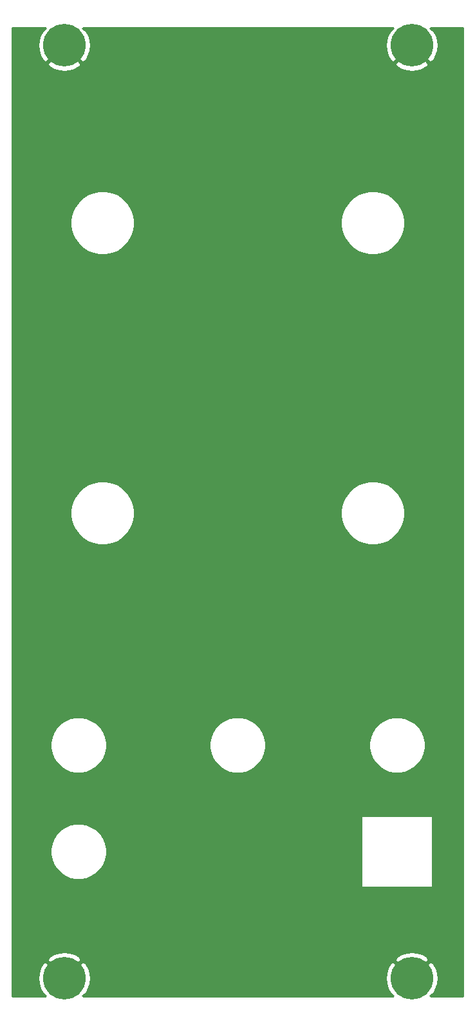
<source format=gbr>
%TF.GenerationSoftware,KiCad,Pcbnew,5.1.6-c6e7f7d~87~ubuntu18.04.1*%
%TF.CreationDate,2020-07-29T19:06:40-04:00*%
%TF.ProjectId,front_panel,66726f6e-745f-4706-916e-656c2e6b6963,rev?*%
%TF.SameCoordinates,Original*%
%TF.FileFunction,Copper,L1,Top*%
%TF.FilePolarity,Positive*%
%FSLAX46Y46*%
G04 Gerber Fmt 4.6, Leading zero omitted, Abs format (unit mm)*
G04 Created by KiCad (PCBNEW 5.1.6-c6e7f7d~87~ubuntu18.04.1) date 2020-07-29 19:06:40*
%MOMM*%
%LPD*%
G01*
G04 APERTURE LIST*
%TA.AperFunction,ComponentPad*%
%ADD10C,5.600000*%
%TD*%
%TA.AperFunction,Conductor*%
%ADD11C,0.254000*%
%TD*%
G04 APERTURE END LIST*
D10*
%TO.P,H4,1*%
%TO.N,GND*%
X53220000Y-125500000D03*
%TD*%
%TO.P,H3,1*%
%TO.N,GND*%
X53220000Y-3000000D03*
%TD*%
%TO.P,H2,1*%
%TO.N,GND*%
X7500000Y-125500000D03*
%TD*%
%TO.P,H1,1*%
%TO.N,GND*%
X7500000Y-3000000D03*
%TD*%
D11*
%TO.N,GND*%
G36*
X5083517Y-763125D02*
G01*
X4634823Y-1075308D01*
X4314388Y-1671259D01*
X4116374Y-2318273D01*
X4048390Y-2991484D01*
X4113051Y-3665023D01*
X4307870Y-4313006D01*
X4625361Y-4910530D01*
X4634823Y-4924692D01*
X5083519Y-5236876D01*
X7320395Y-3000000D01*
X7306253Y-2985858D01*
X7485858Y-2806253D01*
X7500000Y-2820395D01*
X7514143Y-2806253D01*
X7693748Y-2985858D01*
X7679605Y-3000000D01*
X9916481Y-5236876D01*
X10365177Y-4924692D01*
X10685612Y-4328741D01*
X10883626Y-3681727D01*
X10951610Y-3008516D01*
X10886949Y-2334977D01*
X10692130Y-1686994D01*
X10374639Y-1089470D01*
X10365177Y-1075308D01*
X9916483Y-763125D01*
X10019608Y-660000D01*
X50700392Y-660000D01*
X50803517Y-763125D01*
X50354823Y-1075308D01*
X50034388Y-1671259D01*
X49836374Y-2318273D01*
X49768390Y-2991484D01*
X49833051Y-3665023D01*
X50027870Y-4313006D01*
X50345361Y-4910530D01*
X50354823Y-4924692D01*
X50803519Y-5236876D01*
X53040395Y-3000000D01*
X53026253Y-2985858D01*
X53205858Y-2806253D01*
X53220000Y-2820395D01*
X53234143Y-2806253D01*
X53413748Y-2985858D01*
X53399605Y-3000000D01*
X55636481Y-5236876D01*
X56085177Y-4924692D01*
X56405612Y-4328741D01*
X56603626Y-3681727D01*
X56671610Y-3008516D01*
X56606949Y-2334977D01*
X56412130Y-1686994D01*
X56094639Y-1089470D01*
X56085177Y-1075308D01*
X55636483Y-763125D01*
X55739608Y-660000D01*
X59940000Y-660000D01*
X59940001Y-127840000D01*
X55739608Y-127840000D01*
X55636483Y-127736875D01*
X56085177Y-127424692D01*
X56405612Y-126828741D01*
X56603626Y-126181727D01*
X56671610Y-125508516D01*
X56606949Y-124834977D01*
X56412130Y-124186994D01*
X56094639Y-123589470D01*
X56085177Y-123575308D01*
X55636481Y-123263124D01*
X53399605Y-125500000D01*
X53413748Y-125514143D01*
X53234143Y-125693748D01*
X53220000Y-125679605D01*
X53205858Y-125693748D01*
X53026253Y-125514143D01*
X53040395Y-125500000D01*
X50803519Y-123263124D01*
X50354823Y-123575308D01*
X50034388Y-124171259D01*
X49836374Y-124818273D01*
X49768390Y-125491484D01*
X49833051Y-126165023D01*
X50027870Y-126813006D01*
X50345361Y-127410530D01*
X50354823Y-127424692D01*
X50803517Y-127736875D01*
X50700392Y-127840000D01*
X10019608Y-127840000D01*
X9916483Y-127736875D01*
X10365177Y-127424692D01*
X10685612Y-126828741D01*
X10883626Y-126181727D01*
X10951610Y-125508516D01*
X10886949Y-124834977D01*
X10692130Y-124186994D01*
X10374639Y-123589470D01*
X10365177Y-123575308D01*
X9916481Y-123263124D01*
X7679605Y-125500000D01*
X7693748Y-125514143D01*
X7514143Y-125693748D01*
X7500000Y-125679605D01*
X7485858Y-125693748D01*
X7306253Y-125514143D01*
X7320395Y-125500000D01*
X5083519Y-123263124D01*
X4634823Y-123575308D01*
X4314388Y-124171259D01*
X4116374Y-124818273D01*
X4048390Y-125491484D01*
X4113051Y-126165023D01*
X4307870Y-126813006D01*
X4625361Y-127410530D01*
X4634823Y-127424692D01*
X5083517Y-127736875D01*
X4980392Y-127840000D01*
X660000Y-127840000D01*
X660000Y-123083519D01*
X5263124Y-123083519D01*
X7500000Y-125320395D01*
X9736876Y-123083519D01*
X50983124Y-123083519D01*
X53220000Y-125320395D01*
X55456876Y-123083519D01*
X55144692Y-122634823D01*
X54548741Y-122314388D01*
X53901727Y-122116374D01*
X53228516Y-122048390D01*
X52554977Y-122113051D01*
X51906994Y-122307870D01*
X51309470Y-122625361D01*
X51295308Y-122634823D01*
X50983124Y-123083519D01*
X9736876Y-123083519D01*
X9424692Y-122634823D01*
X8828741Y-122314388D01*
X8181727Y-122116374D01*
X7508516Y-122048390D01*
X6834977Y-122113051D01*
X6186994Y-122307870D01*
X5589470Y-122625361D01*
X5575308Y-122634823D01*
X5263124Y-123083519D01*
X660000Y-123083519D01*
X660000Y-113449934D01*
X46528000Y-113449934D01*
X46530440Y-113474776D01*
X46537667Y-113498601D01*
X46549403Y-113520557D01*
X46565197Y-113539803D01*
X46584443Y-113555597D01*
X46606399Y-113567333D01*
X46630224Y-113574560D01*
X46655000Y-113577000D01*
X55855000Y-113577000D01*
X55879776Y-113574560D01*
X55903601Y-113567333D01*
X55925557Y-113555597D01*
X55944803Y-113539803D01*
X55960597Y-113520557D01*
X55972333Y-113498601D01*
X55979560Y-113474776D01*
X55982000Y-113450000D01*
X55982000Y-104250000D01*
X55979582Y-104225337D01*
X55972377Y-104201506D01*
X55960661Y-104179539D01*
X55944885Y-104160280D01*
X55925654Y-104144468D01*
X55903708Y-104132712D01*
X55879890Y-104125463D01*
X55855116Y-104123000D01*
X46659916Y-104114600D01*
X46635088Y-104117027D01*
X46611260Y-104124242D01*
X46589298Y-104135967D01*
X46570044Y-104151751D01*
X46554240Y-104170988D01*
X46542493Y-104192938D01*
X46535253Y-104216759D01*
X46532800Y-104241534D01*
X46528000Y-113449934D01*
X660000Y-113449934D01*
X660000Y-108484396D01*
X5632961Y-108484396D01*
X5632961Y-109215604D01*
X5775613Y-109932762D01*
X6055434Y-110608310D01*
X6461671Y-111216287D01*
X6978713Y-111733329D01*
X7586690Y-112139566D01*
X8262238Y-112419387D01*
X8979396Y-112562039D01*
X9710604Y-112562039D01*
X10427762Y-112419387D01*
X11103310Y-112139566D01*
X11711287Y-111733329D01*
X12228329Y-111216287D01*
X12634566Y-110608310D01*
X12914387Y-109932762D01*
X13057039Y-109215604D01*
X13057039Y-108484396D01*
X12914387Y-107767238D01*
X12634566Y-107091690D01*
X12228329Y-106483713D01*
X11711287Y-105966671D01*
X11103310Y-105560434D01*
X10427762Y-105280613D01*
X9710604Y-105137961D01*
X8979396Y-105137961D01*
X8262238Y-105280613D01*
X7586690Y-105560434D01*
X6978713Y-105966671D01*
X6461671Y-106483713D01*
X6055434Y-107091690D01*
X5775613Y-107767238D01*
X5632961Y-108484396D01*
X660000Y-108484396D01*
X660000Y-94514396D01*
X5632961Y-94514396D01*
X5632961Y-95245604D01*
X5775613Y-95962762D01*
X6055434Y-96638310D01*
X6461671Y-97246287D01*
X6978713Y-97763329D01*
X7586690Y-98169566D01*
X8262238Y-98449387D01*
X8979396Y-98592039D01*
X9710604Y-98592039D01*
X10427762Y-98449387D01*
X11103310Y-98169566D01*
X11711287Y-97763329D01*
X12228329Y-97246287D01*
X12634566Y-96638310D01*
X12914387Y-95962762D01*
X13057039Y-95245604D01*
X13057039Y-94514396D01*
X26587961Y-94514396D01*
X26587961Y-95245604D01*
X26730613Y-95962762D01*
X27010434Y-96638310D01*
X27416671Y-97246287D01*
X27933713Y-97763329D01*
X28541690Y-98169566D01*
X29217238Y-98449387D01*
X29934396Y-98592039D01*
X30665604Y-98592039D01*
X31382762Y-98449387D01*
X32058310Y-98169566D01*
X32666287Y-97763329D01*
X33183329Y-97246287D01*
X33589566Y-96638310D01*
X33869387Y-95962762D01*
X34012039Y-95245604D01*
X34012039Y-94514396D01*
X47542961Y-94514396D01*
X47542961Y-95245604D01*
X47685613Y-95962762D01*
X47965434Y-96638310D01*
X48371671Y-97246287D01*
X48888713Y-97763329D01*
X49496690Y-98169566D01*
X50172238Y-98449387D01*
X50889396Y-98592039D01*
X51620604Y-98592039D01*
X52337762Y-98449387D01*
X53013310Y-98169566D01*
X53621287Y-97763329D01*
X54138329Y-97246287D01*
X54544566Y-96638310D01*
X54824387Y-95962762D01*
X54967039Y-95245604D01*
X54967039Y-94514396D01*
X54824387Y-93797238D01*
X54544566Y-93121690D01*
X54138329Y-92513713D01*
X53621287Y-91996671D01*
X53013310Y-91590434D01*
X52337762Y-91310613D01*
X51620604Y-91167961D01*
X50889396Y-91167961D01*
X50172238Y-91310613D01*
X49496690Y-91590434D01*
X48888713Y-91996671D01*
X48371671Y-92513713D01*
X47965434Y-93121690D01*
X47685613Y-93797238D01*
X47542961Y-94514396D01*
X34012039Y-94514396D01*
X33869387Y-93797238D01*
X33589566Y-93121690D01*
X33183329Y-92513713D01*
X32666287Y-91996671D01*
X32058310Y-91590434D01*
X31382762Y-91310613D01*
X30665604Y-91167961D01*
X29934396Y-91167961D01*
X29217238Y-91310613D01*
X28541690Y-91590434D01*
X27933713Y-91996671D01*
X27416671Y-92513713D01*
X27010434Y-93121690D01*
X26730613Y-93797238D01*
X26587961Y-94514396D01*
X13057039Y-94514396D01*
X12914387Y-93797238D01*
X12634566Y-93121690D01*
X12228329Y-92513713D01*
X11711287Y-91996671D01*
X11103310Y-91590434D01*
X10427762Y-91310613D01*
X9710604Y-91167961D01*
X8979396Y-91167961D01*
X8262238Y-91310613D01*
X7586690Y-91590434D01*
X6978713Y-91996671D01*
X6461671Y-92513713D01*
X6055434Y-93121690D01*
X5775613Y-93797238D01*
X5632961Y-94514396D01*
X660000Y-94514396D01*
X660000Y-63985387D01*
X8310369Y-63985387D01*
X8310369Y-64814613D01*
X8472142Y-65627904D01*
X8789473Y-66394008D01*
X9250166Y-67083484D01*
X9836516Y-67669834D01*
X10525992Y-68130527D01*
X11292096Y-68447858D01*
X12105387Y-68609631D01*
X12934613Y-68609631D01*
X13747904Y-68447858D01*
X14514008Y-68130527D01*
X15203484Y-67669834D01*
X15789834Y-67083484D01*
X16250527Y-66394008D01*
X16567858Y-65627904D01*
X16729631Y-64814613D01*
X16729631Y-63985387D01*
X43870369Y-63985387D01*
X43870369Y-64814613D01*
X44032142Y-65627904D01*
X44349473Y-66394008D01*
X44810166Y-67083484D01*
X45396516Y-67669834D01*
X46085992Y-68130527D01*
X46852096Y-68447858D01*
X47665387Y-68609631D01*
X48494613Y-68609631D01*
X49307904Y-68447858D01*
X50074008Y-68130527D01*
X50763484Y-67669834D01*
X51349834Y-67083484D01*
X51810527Y-66394008D01*
X52127858Y-65627904D01*
X52289631Y-64814613D01*
X52289631Y-63985387D01*
X52127858Y-63172096D01*
X51810527Y-62405992D01*
X51349834Y-61716516D01*
X50763484Y-61130166D01*
X50074008Y-60669473D01*
X49307904Y-60352142D01*
X48494613Y-60190369D01*
X47665387Y-60190369D01*
X46852096Y-60352142D01*
X46085992Y-60669473D01*
X45396516Y-61130166D01*
X44810166Y-61716516D01*
X44349473Y-62405992D01*
X44032142Y-63172096D01*
X43870369Y-63985387D01*
X16729631Y-63985387D01*
X16567858Y-63172096D01*
X16250527Y-62405992D01*
X15789834Y-61716516D01*
X15203484Y-61130166D01*
X14514008Y-60669473D01*
X13747904Y-60352142D01*
X12934613Y-60190369D01*
X12105387Y-60190369D01*
X11292096Y-60352142D01*
X10525992Y-60669473D01*
X9836516Y-61130166D01*
X9250166Y-61716516D01*
X8789473Y-62405992D01*
X8472142Y-63172096D01*
X8310369Y-63985387D01*
X660000Y-63985387D01*
X660000Y-25885387D01*
X8310369Y-25885387D01*
X8310369Y-26714613D01*
X8472142Y-27527904D01*
X8789473Y-28294008D01*
X9250166Y-28983484D01*
X9836516Y-29569834D01*
X10525992Y-30030527D01*
X11292096Y-30347858D01*
X12105387Y-30509631D01*
X12934613Y-30509631D01*
X13747904Y-30347858D01*
X14514008Y-30030527D01*
X15203484Y-29569834D01*
X15789834Y-28983484D01*
X16250527Y-28294008D01*
X16567858Y-27527904D01*
X16729631Y-26714613D01*
X16729631Y-25885387D01*
X43870369Y-25885387D01*
X43870369Y-26714613D01*
X44032142Y-27527904D01*
X44349473Y-28294008D01*
X44810166Y-28983484D01*
X45396516Y-29569834D01*
X46085992Y-30030527D01*
X46852096Y-30347858D01*
X47665387Y-30509631D01*
X48494613Y-30509631D01*
X49307904Y-30347858D01*
X50074008Y-30030527D01*
X50763484Y-29569834D01*
X51349834Y-28983484D01*
X51810527Y-28294008D01*
X52127858Y-27527904D01*
X52289631Y-26714613D01*
X52289631Y-25885387D01*
X52127858Y-25072096D01*
X51810527Y-24305992D01*
X51349834Y-23616516D01*
X50763484Y-23030166D01*
X50074008Y-22569473D01*
X49307904Y-22252142D01*
X48494613Y-22090369D01*
X47665387Y-22090369D01*
X46852096Y-22252142D01*
X46085992Y-22569473D01*
X45396516Y-23030166D01*
X44810166Y-23616516D01*
X44349473Y-24305992D01*
X44032142Y-25072096D01*
X43870369Y-25885387D01*
X16729631Y-25885387D01*
X16567858Y-25072096D01*
X16250527Y-24305992D01*
X15789834Y-23616516D01*
X15203484Y-23030166D01*
X14514008Y-22569473D01*
X13747904Y-22252142D01*
X12934613Y-22090369D01*
X12105387Y-22090369D01*
X11292096Y-22252142D01*
X10525992Y-22569473D01*
X9836516Y-23030166D01*
X9250166Y-23616516D01*
X8789473Y-24305992D01*
X8472142Y-25072096D01*
X8310369Y-25885387D01*
X660000Y-25885387D01*
X660000Y-5416481D01*
X5263124Y-5416481D01*
X5575308Y-5865177D01*
X6171259Y-6185612D01*
X6818273Y-6383626D01*
X7491484Y-6451610D01*
X8165023Y-6386949D01*
X8813006Y-6192130D01*
X9410530Y-5874639D01*
X9424692Y-5865177D01*
X9736876Y-5416481D01*
X50983124Y-5416481D01*
X51295308Y-5865177D01*
X51891259Y-6185612D01*
X52538273Y-6383626D01*
X53211484Y-6451610D01*
X53885023Y-6386949D01*
X54533006Y-6192130D01*
X55130530Y-5874639D01*
X55144692Y-5865177D01*
X55456876Y-5416481D01*
X53220000Y-3179605D01*
X50983124Y-5416481D01*
X9736876Y-5416481D01*
X7500000Y-3179605D01*
X5263124Y-5416481D01*
X660000Y-5416481D01*
X660000Y-660000D01*
X4980392Y-660000D01*
X5083517Y-763125D01*
G37*
X5083517Y-763125D02*
X4634823Y-1075308D01*
X4314388Y-1671259D01*
X4116374Y-2318273D01*
X4048390Y-2991484D01*
X4113051Y-3665023D01*
X4307870Y-4313006D01*
X4625361Y-4910530D01*
X4634823Y-4924692D01*
X5083519Y-5236876D01*
X7320395Y-3000000D01*
X7306253Y-2985858D01*
X7485858Y-2806253D01*
X7500000Y-2820395D01*
X7514143Y-2806253D01*
X7693748Y-2985858D01*
X7679605Y-3000000D01*
X9916481Y-5236876D01*
X10365177Y-4924692D01*
X10685612Y-4328741D01*
X10883626Y-3681727D01*
X10951610Y-3008516D01*
X10886949Y-2334977D01*
X10692130Y-1686994D01*
X10374639Y-1089470D01*
X10365177Y-1075308D01*
X9916483Y-763125D01*
X10019608Y-660000D01*
X50700392Y-660000D01*
X50803517Y-763125D01*
X50354823Y-1075308D01*
X50034388Y-1671259D01*
X49836374Y-2318273D01*
X49768390Y-2991484D01*
X49833051Y-3665023D01*
X50027870Y-4313006D01*
X50345361Y-4910530D01*
X50354823Y-4924692D01*
X50803519Y-5236876D01*
X53040395Y-3000000D01*
X53026253Y-2985858D01*
X53205858Y-2806253D01*
X53220000Y-2820395D01*
X53234143Y-2806253D01*
X53413748Y-2985858D01*
X53399605Y-3000000D01*
X55636481Y-5236876D01*
X56085177Y-4924692D01*
X56405612Y-4328741D01*
X56603626Y-3681727D01*
X56671610Y-3008516D01*
X56606949Y-2334977D01*
X56412130Y-1686994D01*
X56094639Y-1089470D01*
X56085177Y-1075308D01*
X55636483Y-763125D01*
X55739608Y-660000D01*
X59940000Y-660000D01*
X59940001Y-127840000D01*
X55739608Y-127840000D01*
X55636483Y-127736875D01*
X56085177Y-127424692D01*
X56405612Y-126828741D01*
X56603626Y-126181727D01*
X56671610Y-125508516D01*
X56606949Y-124834977D01*
X56412130Y-124186994D01*
X56094639Y-123589470D01*
X56085177Y-123575308D01*
X55636481Y-123263124D01*
X53399605Y-125500000D01*
X53413748Y-125514143D01*
X53234143Y-125693748D01*
X53220000Y-125679605D01*
X53205858Y-125693748D01*
X53026253Y-125514143D01*
X53040395Y-125500000D01*
X50803519Y-123263124D01*
X50354823Y-123575308D01*
X50034388Y-124171259D01*
X49836374Y-124818273D01*
X49768390Y-125491484D01*
X49833051Y-126165023D01*
X50027870Y-126813006D01*
X50345361Y-127410530D01*
X50354823Y-127424692D01*
X50803517Y-127736875D01*
X50700392Y-127840000D01*
X10019608Y-127840000D01*
X9916483Y-127736875D01*
X10365177Y-127424692D01*
X10685612Y-126828741D01*
X10883626Y-126181727D01*
X10951610Y-125508516D01*
X10886949Y-124834977D01*
X10692130Y-124186994D01*
X10374639Y-123589470D01*
X10365177Y-123575308D01*
X9916481Y-123263124D01*
X7679605Y-125500000D01*
X7693748Y-125514143D01*
X7514143Y-125693748D01*
X7500000Y-125679605D01*
X7485858Y-125693748D01*
X7306253Y-125514143D01*
X7320395Y-125500000D01*
X5083519Y-123263124D01*
X4634823Y-123575308D01*
X4314388Y-124171259D01*
X4116374Y-124818273D01*
X4048390Y-125491484D01*
X4113051Y-126165023D01*
X4307870Y-126813006D01*
X4625361Y-127410530D01*
X4634823Y-127424692D01*
X5083517Y-127736875D01*
X4980392Y-127840000D01*
X660000Y-127840000D01*
X660000Y-123083519D01*
X5263124Y-123083519D01*
X7500000Y-125320395D01*
X9736876Y-123083519D01*
X50983124Y-123083519D01*
X53220000Y-125320395D01*
X55456876Y-123083519D01*
X55144692Y-122634823D01*
X54548741Y-122314388D01*
X53901727Y-122116374D01*
X53228516Y-122048390D01*
X52554977Y-122113051D01*
X51906994Y-122307870D01*
X51309470Y-122625361D01*
X51295308Y-122634823D01*
X50983124Y-123083519D01*
X9736876Y-123083519D01*
X9424692Y-122634823D01*
X8828741Y-122314388D01*
X8181727Y-122116374D01*
X7508516Y-122048390D01*
X6834977Y-122113051D01*
X6186994Y-122307870D01*
X5589470Y-122625361D01*
X5575308Y-122634823D01*
X5263124Y-123083519D01*
X660000Y-123083519D01*
X660000Y-113449934D01*
X46528000Y-113449934D01*
X46530440Y-113474776D01*
X46537667Y-113498601D01*
X46549403Y-113520557D01*
X46565197Y-113539803D01*
X46584443Y-113555597D01*
X46606399Y-113567333D01*
X46630224Y-113574560D01*
X46655000Y-113577000D01*
X55855000Y-113577000D01*
X55879776Y-113574560D01*
X55903601Y-113567333D01*
X55925557Y-113555597D01*
X55944803Y-113539803D01*
X55960597Y-113520557D01*
X55972333Y-113498601D01*
X55979560Y-113474776D01*
X55982000Y-113450000D01*
X55982000Y-104250000D01*
X55979582Y-104225337D01*
X55972377Y-104201506D01*
X55960661Y-104179539D01*
X55944885Y-104160280D01*
X55925654Y-104144468D01*
X55903708Y-104132712D01*
X55879890Y-104125463D01*
X55855116Y-104123000D01*
X46659916Y-104114600D01*
X46635088Y-104117027D01*
X46611260Y-104124242D01*
X46589298Y-104135967D01*
X46570044Y-104151751D01*
X46554240Y-104170988D01*
X46542493Y-104192938D01*
X46535253Y-104216759D01*
X46532800Y-104241534D01*
X46528000Y-113449934D01*
X660000Y-113449934D01*
X660000Y-108484396D01*
X5632961Y-108484396D01*
X5632961Y-109215604D01*
X5775613Y-109932762D01*
X6055434Y-110608310D01*
X6461671Y-111216287D01*
X6978713Y-111733329D01*
X7586690Y-112139566D01*
X8262238Y-112419387D01*
X8979396Y-112562039D01*
X9710604Y-112562039D01*
X10427762Y-112419387D01*
X11103310Y-112139566D01*
X11711287Y-111733329D01*
X12228329Y-111216287D01*
X12634566Y-110608310D01*
X12914387Y-109932762D01*
X13057039Y-109215604D01*
X13057039Y-108484396D01*
X12914387Y-107767238D01*
X12634566Y-107091690D01*
X12228329Y-106483713D01*
X11711287Y-105966671D01*
X11103310Y-105560434D01*
X10427762Y-105280613D01*
X9710604Y-105137961D01*
X8979396Y-105137961D01*
X8262238Y-105280613D01*
X7586690Y-105560434D01*
X6978713Y-105966671D01*
X6461671Y-106483713D01*
X6055434Y-107091690D01*
X5775613Y-107767238D01*
X5632961Y-108484396D01*
X660000Y-108484396D01*
X660000Y-94514396D01*
X5632961Y-94514396D01*
X5632961Y-95245604D01*
X5775613Y-95962762D01*
X6055434Y-96638310D01*
X6461671Y-97246287D01*
X6978713Y-97763329D01*
X7586690Y-98169566D01*
X8262238Y-98449387D01*
X8979396Y-98592039D01*
X9710604Y-98592039D01*
X10427762Y-98449387D01*
X11103310Y-98169566D01*
X11711287Y-97763329D01*
X12228329Y-97246287D01*
X12634566Y-96638310D01*
X12914387Y-95962762D01*
X13057039Y-95245604D01*
X13057039Y-94514396D01*
X26587961Y-94514396D01*
X26587961Y-95245604D01*
X26730613Y-95962762D01*
X27010434Y-96638310D01*
X27416671Y-97246287D01*
X27933713Y-97763329D01*
X28541690Y-98169566D01*
X29217238Y-98449387D01*
X29934396Y-98592039D01*
X30665604Y-98592039D01*
X31382762Y-98449387D01*
X32058310Y-98169566D01*
X32666287Y-97763329D01*
X33183329Y-97246287D01*
X33589566Y-96638310D01*
X33869387Y-95962762D01*
X34012039Y-95245604D01*
X34012039Y-94514396D01*
X47542961Y-94514396D01*
X47542961Y-95245604D01*
X47685613Y-95962762D01*
X47965434Y-96638310D01*
X48371671Y-97246287D01*
X48888713Y-97763329D01*
X49496690Y-98169566D01*
X50172238Y-98449387D01*
X50889396Y-98592039D01*
X51620604Y-98592039D01*
X52337762Y-98449387D01*
X53013310Y-98169566D01*
X53621287Y-97763329D01*
X54138329Y-97246287D01*
X54544566Y-96638310D01*
X54824387Y-95962762D01*
X54967039Y-95245604D01*
X54967039Y-94514396D01*
X54824387Y-93797238D01*
X54544566Y-93121690D01*
X54138329Y-92513713D01*
X53621287Y-91996671D01*
X53013310Y-91590434D01*
X52337762Y-91310613D01*
X51620604Y-91167961D01*
X50889396Y-91167961D01*
X50172238Y-91310613D01*
X49496690Y-91590434D01*
X48888713Y-91996671D01*
X48371671Y-92513713D01*
X47965434Y-93121690D01*
X47685613Y-93797238D01*
X47542961Y-94514396D01*
X34012039Y-94514396D01*
X33869387Y-93797238D01*
X33589566Y-93121690D01*
X33183329Y-92513713D01*
X32666287Y-91996671D01*
X32058310Y-91590434D01*
X31382762Y-91310613D01*
X30665604Y-91167961D01*
X29934396Y-91167961D01*
X29217238Y-91310613D01*
X28541690Y-91590434D01*
X27933713Y-91996671D01*
X27416671Y-92513713D01*
X27010434Y-93121690D01*
X26730613Y-93797238D01*
X26587961Y-94514396D01*
X13057039Y-94514396D01*
X12914387Y-93797238D01*
X12634566Y-93121690D01*
X12228329Y-92513713D01*
X11711287Y-91996671D01*
X11103310Y-91590434D01*
X10427762Y-91310613D01*
X9710604Y-91167961D01*
X8979396Y-91167961D01*
X8262238Y-91310613D01*
X7586690Y-91590434D01*
X6978713Y-91996671D01*
X6461671Y-92513713D01*
X6055434Y-93121690D01*
X5775613Y-93797238D01*
X5632961Y-94514396D01*
X660000Y-94514396D01*
X660000Y-63985387D01*
X8310369Y-63985387D01*
X8310369Y-64814613D01*
X8472142Y-65627904D01*
X8789473Y-66394008D01*
X9250166Y-67083484D01*
X9836516Y-67669834D01*
X10525992Y-68130527D01*
X11292096Y-68447858D01*
X12105387Y-68609631D01*
X12934613Y-68609631D01*
X13747904Y-68447858D01*
X14514008Y-68130527D01*
X15203484Y-67669834D01*
X15789834Y-67083484D01*
X16250527Y-66394008D01*
X16567858Y-65627904D01*
X16729631Y-64814613D01*
X16729631Y-63985387D01*
X43870369Y-63985387D01*
X43870369Y-64814613D01*
X44032142Y-65627904D01*
X44349473Y-66394008D01*
X44810166Y-67083484D01*
X45396516Y-67669834D01*
X46085992Y-68130527D01*
X46852096Y-68447858D01*
X47665387Y-68609631D01*
X48494613Y-68609631D01*
X49307904Y-68447858D01*
X50074008Y-68130527D01*
X50763484Y-67669834D01*
X51349834Y-67083484D01*
X51810527Y-66394008D01*
X52127858Y-65627904D01*
X52289631Y-64814613D01*
X52289631Y-63985387D01*
X52127858Y-63172096D01*
X51810527Y-62405992D01*
X51349834Y-61716516D01*
X50763484Y-61130166D01*
X50074008Y-60669473D01*
X49307904Y-60352142D01*
X48494613Y-60190369D01*
X47665387Y-60190369D01*
X46852096Y-60352142D01*
X46085992Y-60669473D01*
X45396516Y-61130166D01*
X44810166Y-61716516D01*
X44349473Y-62405992D01*
X44032142Y-63172096D01*
X43870369Y-63985387D01*
X16729631Y-63985387D01*
X16567858Y-63172096D01*
X16250527Y-62405992D01*
X15789834Y-61716516D01*
X15203484Y-61130166D01*
X14514008Y-60669473D01*
X13747904Y-60352142D01*
X12934613Y-60190369D01*
X12105387Y-60190369D01*
X11292096Y-60352142D01*
X10525992Y-60669473D01*
X9836516Y-61130166D01*
X9250166Y-61716516D01*
X8789473Y-62405992D01*
X8472142Y-63172096D01*
X8310369Y-63985387D01*
X660000Y-63985387D01*
X660000Y-25885387D01*
X8310369Y-25885387D01*
X8310369Y-26714613D01*
X8472142Y-27527904D01*
X8789473Y-28294008D01*
X9250166Y-28983484D01*
X9836516Y-29569834D01*
X10525992Y-30030527D01*
X11292096Y-30347858D01*
X12105387Y-30509631D01*
X12934613Y-30509631D01*
X13747904Y-30347858D01*
X14514008Y-30030527D01*
X15203484Y-29569834D01*
X15789834Y-28983484D01*
X16250527Y-28294008D01*
X16567858Y-27527904D01*
X16729631Y-26714613D01*
X16729631Y-25885387D01*
X43870369Y-25885387D01*
X43870369Y-26714613D01*
X44032142Y-27527904D01*
X44349473Y-28294008D01*
X44810166Y-28983484D01*
X45396516Y-29569834D01*
X46085992Y-30030527D01*
X46852096Y-30347858D01*
X47665387Y-30509631D01*
X48494613Y-30509631D01*
X49307904Y-30347858D01*
X50074008Y-30030527D01*
X50763484Y-29569834D01*
X51349834Y-28983484D01*
X51810527Y-28294008D01*
X52127858Y-27527904D01*
X52289631Y-26714613D01*
X52289631Y-25885387D01*
X52127858Y-25072096D01*
X51810527Y-24305992D01*
X51349834Y-23616516D01*
X50763484Y-23030166D01*
X50074008Y-22569473D01*
X49307904Y-22252142D01*
X48494613Y-22090369D01*
X47665387Y-22090369D01*
X46852096Y-22252142D01*
X46085992Y-22569473D01*
X45396516Y-23030166D01*
X44810166Y-23616516D01*
X44349473Y-24305992D01*
X44032142Y-25072096D01*
X43870369Y-25885387D01*
X16729631Y-25885387D01*
X16567858Y-25072096D01*
X16250527Y-24305992D01*
X15789834Y-23616516D01*
X15203484Y-23030166D01*
X14514008Y-22569473D01*
X13747904Y-22252142D01*
X12934613Y-22090369D01*
X12105387Y-22090369D01*
X11292096Y-22252142D01*
X10525992Y-22569473D01*
X9836516Y-23030166D01*
X9250166Y-23616516D01*
X8789473Y-24305992D01*
X8472142Y-25072096D01*
X8310369Y-25885387D01*
X660000Y-25885387D01*
X660000Y-5416481D01*
X5263124Y-5416481D01*
X5575308Y-5865177D01*
X6171259Y-6185612D01*
X6818273Y-6383626D01*
X7491484Y-6451610D01*
X8165023Y-6386949D01*
X8813006Y-6192130D01*
X9410530Y-5874639D01*
X9424692Y-5865177D01*
X9736876Y-5416481D01*
X50983124Y-5416481D01*
X51295308Y-5865177D01*
X51891259Y-6185612D01*
X52538273Y-6383626D01*
X53211484Y-6451610D01*
X53885023Y-6386949D01*
X54533006Y-6192130D01*
X55130530Y-5874639D01*
X55144692Y-5865177D01*
X55456876Y-5416481D01*
X53220000Y-3179605D01*
X50983124Y-5416481D01*
X9736876Y-5416481D01*
X7500000Y-3179605D01*
X5263124Y-5416481D01*
X660000Y-5416481D01*
X660000Y-660000D01*
X4980392Y-660000D01*
X5083517Y-763125D01*
%TD*%
M02*

</source>
